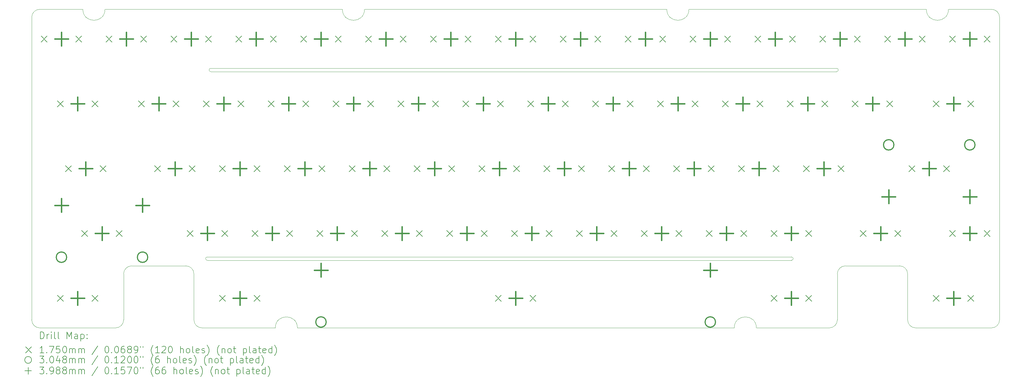
<source format=gbr>
%FSLAX45Y45*%
G04 Gerber Fmt 4.5, Leading zero omitted, Abs format (unit mm)*
G04 Created by KiCad (PCBNEW (6.0.1)) date 2022-02-20 01:23:16*
%MOMM*%
%LPD*%
G01*
G04 APERTURE LIST*
%TA.AperFunction,Profile*%
%ADD10C,0.100000*%
%TD*%
%ADD11C,0.200000*%
%ADD12C,0.175000*%
%ADD13C,0.304800*%
%ADD14C,0.398780*%
G04 APERTURE END LIST*
D10*
X9530254Y-17712000D02*
G75*
G03*
X9292129Y-17950125I0J-238125D01*
G01*
X28900000Y-17550000D02*
X11750000Y-17550000D01*
X33510000Y-10171375D02*
X33765000Y-10171375D01*
X25240000Y-10171375D02*
X25170000Y-10171375D01*
X30247129Y-19299500D02*
X30247129Y-17950125D01*
X27870000Y-19537625D02*
G75*
G03*
X27220000Y-19537625I-325000J0D01*
G01*
X13745000Y-19537625D02*
X13405000Y-19537625D01*
X16590000Y-10171375D02*
X25170000Y-10171375D01*
X9054004Y-19537625D02*
X8974629Y-19537625D01*
X11850000Y-12005000D02*
X30226000Y-12005000D01*
X7895000Y-10171375D02*
X8095000Y-10171375D01*
X11355879Y-17950125D02*
X11355879Y-19299500D01*
X6831504Y-10171375D02*
G75*
G03*
X6593379Y-10409500I0J-238125D01*
G01*
X32310879Y-19299500D02*
G75*
G03*
X32549004Y-19537625I238125J0D01*
G01*
X31225000Y-10171375D02*
X31805000Y-10171375D01*
X9292129Y-19299500D02*
X9292129Y-17950125D01*
X33765000Y-10171375D02*
X34771504Y-10171375D01*
X26035000Y-10171375D02*
X31225000Y-10171375D01*
X28200000Y-19537625D02*
X28205000Y-19537625D01*
X28321000Y-19537625D02*
X30009004Y-19537625D01*
X26035000Y-10171375D02*
X25890000Y-10171375D01*
X6593379Y-19299500D02*
X6593379Y-10409500D01*
X6593379Y-19299500D02*
G75*
G03*
X6831504Y-19537625I238125J0D01*
G01*
X14395000Y-19537625D02*
X27220000Y-19537625D01*
X9530254Y-17712000D02*
X11117754Y-17712000D01*
X34771504Y-19537625D02*
G75*
G03*
X35009629Y-19299500I0J238125D01*
G01*
X13335000Y-19537625D02*
X11594004Y-19537625D01*
X31805000Y-10171375D02*
X32525000Y-10171375D01*
X27870000Y-19537625D02*
X28200000Y-19537625D01*
X14395000Y-19537625D02*
G75*
G03*
X13745000Y-19537625I-325000J0D01*
G01*
X30226000Y-12005000D02*
G75*
G03*
X30226000Y-11905000I0J50000D01*
G01*
X32310879Y-17950125D02*
X32310879Y-19299500D01*
X30009004Y-19537625D02*
G75*
G03*
X30247129Y-19299500I0J238125D01*
G01*
X11750000Y-17450000D02*
G75*
G03*
X11750000Y-17550000I0J-50000D01*
G01*
X32525000Y-10171375D02*
X32860000Y-10171375D01*
X35009629Y-10409500D02*
X35009629Y-19299500D01*
X15715000Y-10171375D02*
G75*
G03*
X16365000Y-10171375I325000J0D01*
G01*
X28900000Y-17550000D02*
G75*
G03*
X28900000Y-17450000I0J50000D01*
G01*
X13405000Y-19537625D02*
X13335000Y-19537625D01*
X8095000Y-10171375D02*
G75*
G03*
X8745000Y-10171375I325000J0D01*
G01*
X32860000Y-10171375D02*
G75*
G03*
X33510000Y-10171375I325000J0D01*
G01*
X9054004Y-19537625D02*
G75*
G03*
X9292129Y-19299500I0J238125D01*
G01*
X8974629Y-19537625D02*
X6831504Y-19537625D01*
X35009629Y-10409500D02*
G75*
G03*
X34771504Y-10171375I-238125J0D01*
G01*
X28205000Y-19537625D02*
X28321000Y-19537625D01*
X7895000Y-10171375D02*
X6831504Y-10171375D01*
X30485254Y-17712000D02*
G75*
G03*
X30247129Y-17950125I0J-238125D01*
G01*
X30226000Y-11905000D02*
X11850000Y-11905000D01*
X32549004Y-19537625D02*
X34771504Y-19537625D01*
X8905000Y-10171375D02*
X15660000Y-10171375D01*
X16590000Y-10171375D02*
X16365000Y-10171375D01*
X11355879Y-17950125D02*
G75*
G03*
X11117754Y-17712000I-238125J0D01*
G01*
X11355879Y-19299500D02*
G75*
G03*
X11594004Y-19537625I238125J0D01*
G01*
X8745000Y-10171375D02*
X8905000Y-10171375D01*
X11750000Y-17450000D02*
X28900000Y-17450000D01*
X32072754Y-17712000D02*
X30485254Y-17712000D01*
X15715000Y-10171375D02*
X15660000Y-10171375D01*
X11850000Y-11905000D02*
G75*
G03*
X11850000Y-12005000I0J-50000D01*
G01*
X25240000Y-10171375D02*
G75*
G03*
X25890000Y-10171375I325000J0D01*
G01*
X32310879Y-17950125D02*
G75*
G03*
X32072754Y-17712000I-238125J0D01*
G01*
D11*
D12*
X6871004Y-10957000D02*
X7046004Y-11132000D01*
X7046004Y-10957000D02*
X6871004Y-11132000D01*
X7347254Y-12862000D02*
X7522254Y-13037000D01*
X7522254Y-12862000D02*
X7347254Y-13037000D01*
X7347254Y-18577000D02*
X7522254Y-18752000D01*
X7522254Y-18577000D02*
X7347254Y-18752000D01*
X7585379Y-14767000D02*
X7760379Y-14942000D01*
X7760379Y-14767000D02*
X7585379Y-14942000D01*
X7887004Y-10957000D02*
X8062004Y-11132000D01*
X8062004Y-10957000D02*
X7887004Y-11132000D01*
X8061629Y-16672000D02*
X8236629Y-16847000D01*
X8236629Y-16672000D02*
X8061629Y-16847000D01*
X8363254Y-12862000D02*
X8538254Y-13037000D01*
X8538254Y-12862000D02*
X8363254Y-13037000D01*
X8363254Y-18577000D02*
X8538254Y-18752000D01*
X8538254Y-18577000D02*
X8363254Y-18752000D01*
X8601379Y-14767000D02*
X8776379Y-14942000D01*
X8776379Y-14767000D02*
X8601379Y-14942000D01*
X8776004Y-10957000D02*
X8951004Y-11132000D01*
X8951004Y-10957000D02*
X8776004Y-11132000D01*
X9077629Y-16672000D02*
X9252629Y-16847000D01*
X9252629Y-16672000D02*
X9077629Y-16847000D01*
X9728504Y-12862000D02*
X9903504Y-13037000D01*
X9903504Y-12862000D02*
X9728504Y-13037000D01*
X9792004Y-10957000D02*
X9967004Y-11132000D01*
X9967004Y-10957000D02*
X9792004Y-11132000D01*
X10204754Y-14767000D02*
X10379754Y-14942000D01*
X10379754Y-14767000D02*
X10204754Y-14942000D01*
X10681004Y-10957000D02*
X10856004Y-11132000D01*
X10856004Y-10957000D02*
X10681004Y-11132000D01*
X10744504Y-12862000D02*
X10919504Y-13037000D01*
X10919504Y-12862000D02*
X10744504Y-13037000D01*
X11157254Y-16672000D02*
X11332254Y-16847000D01*
X11332254Y-16672000D02*
X11157254Y-16847000D01*
X11220754Y-14767000D02*
X11395754Y-14942000D01*
X11395754Y-14767000D02*
X11220754Y-14942000D01*
X11633504Y-12862000D02*
X11808504Y-13037000D01*
X11808504Y-12862000D02*
X11633504Y-13037000D01*
X11697004Y-10957000D02*
X11872004Y-11132000D01*
X11872004Y-10957000D02*
X11697004Y-11132000D01*
X12109754Y-14767000D02*
X12284754Y-14942000D01*
X12284754Y-14767000D02*
X12109754Y-14942000D01*
X12109754Y-18577000D02*
X12284754Y-18752000D01*
X12284754Y-18577000D02*
X12109754Y-18752000D01*
X12173254Y-16672000D02*
X12348254Y-16847000D01*
X12348254Y-16672000D02*
X12173254Y-16847000D01*
X12586004Y-10957000D02*
X12761004Y-11132000D01*
X12761004Y-10957000D02*
X12586004Y-11132000D01*
X12649504Y-12862000D02*
X12824504Y-13037000D01*
X12824504Y-12862000D02*
X12649504Y-13037000D01*
X13062254Y-16672000D02*
X13237254Y-16847000D01*
X13237254Y-16672000D02*
X13062254Y-16847000D01*
X13125754Y-14767000D02*
X13300754Y-14942000D01*
X13300754Y-14767000D02*
X13125754Y-14942000D01*
X13125754Y-18577000D02*
X13300754Y-18752000D01*
X13300754Y-18577000D02*
X13125754Y-18752000D01*
X13538504Y-12862000D02*
X13713504Y-13037000D01*
X13713504Y-12862000D02*
X13538504Y-13037000D01*
X13602004Y-10957000D02*
X13777004Y-11132000D01*
X13777004Y-10957000D02*
X13602004Y-11132000D01*
X14014754Y-14767000D02*
X14189754Y-14942000D01*
X14189754Y-14767000D02*
X14014754Y-14942000D01*
X14078254Y-16672000D02*
X14253254Y-16847000D01*
X14253254Y-16672000D02*
X14078254Y-16847000D01*
X14491004Y-10957000D02*
X14666004Y-11132000D01*
X14666004Y-10957000D02*
X14491004Y-11132000D01*
X14554504Y-12862000D02*
X14729504Y-13037000D01*
X14729504Y-12862000D02*
X14554504Y-13037000D01*
X14967254Y-16672000D02*
X15142254Y-16847000D01*
X15142254Y-16672000D02*
X14967254Y-16847000D01*
X15030754Y-14767000D02*
X15205754Y-14942000D01*
X15205754Y-14767000D02*
X15030754Y-14942000D01*
X15443504Y-12862000D02*
X15618504Y-13037000D01*
X15618504Y-12862000D02*
X15443504Y-13037000D01*
X15507004Y-10957000D02*
X15682004Y-11132000D01*
X15682004Y-10957000D02*
X15507004Y-11132000D01*
X15919754Y-14767000D02*
X16094754Y-14942000D01*
X16094754Y-14767000D02*
X15919754Y-14942000D01*
X15983254Y-16672000D02*
X16158254Y-16847000D01*
X16158254Y-16672000D02*
X15983254Y-16847000D01*
X16396004Y-10957000D02*
X16571004Y-11132000D01*
X16571004Y-10957000D02*
X16396004Y-11132000D01*
X16459504Y-12862000D02*
X16634504Y-13037000D01*
X16634504Y-12862000D02*
X16459504Y-13037000D01*
X16872254Y-16672000D02*
X17047254Y-16847000D01*
X17047254Y-16672000D02*
X16872254Y-16847000D01*
X16935754Y-14767000D02*
X17110754Y-14942000D01*
X17110754Y-14767000D02*
X16935754Y-14942000D01*
X17348504Y-12862000D02*
X17523504Y-13037000D01*
X17523504Y-12862000D02*
X17348504Y-13037000D01*
X17412004Y-10957000D02*
X17587004Y-11132000D01*
X17587004Y-10957000D02*
X17412004Y-11132000D01*
X17824754Y-14767000D02*
X17999754Y-14942000D01*
X17999754Y-14767000D02*
X17824754Y-14942000D01*
X17888254Y-16672000D02*
X18063254Y-16847000D01*
X18063254Y-16672000D02*
X17888254Y-16847000D01*
X18301004Y-10957000D02*
X18476004Y-11132000D01*
X18476004Y-10957000D02*
X18301004Y-11132000D01*
X18364504Y-12862000D02*
X18539504Y-13037000D01*
X18539504Y-12862000D02*
X18364504Y-13037000D01*
X18777254Y-16672000D02*
X18952254Y-16847000D01*
X18952254Y-16672000D02*
X18777254Y-16847000D01*
X18840754Y-14767000D02*
X19015754Y-14942000D01*
X19015754Y-14767000D02*
X18840754Y-14942000D01*
X19253504Y-12862000D02*
X19428504Y-13037000D01*
X19428504Y-12862000D02*
X19253504Y-13037000D01*
X19317004Y-10957000D02*
X19492004Y-11132000D01*
X19492004Y-10957000D02*
X19317004Y-11132000D01*
X19729754Y-14767000D02*
X19904754Y-14942000D01*
X19904754Y-14767000D02*
X19729754Y-14942000D01*
X19793254Y-16672000D02*
X19968254Y-16847000D01*
X19968254Y-16672000D02*
X19793254Y-16847000D01*
X20206004Y-10957000D02*
X20381004Y-11132000D01*
X20381004Y-10957000D02*
X20206004Y-11132000D01*
X20206004Y-18577000D02*
X20381004Y-18752000D01*
X20381004Y-18577000D02*
X20206004Y-18752000D01*
X20269504Y-12862000D02*
X20444504Y-13037000D01*
X20444504Y-12862000D02*
X20269504Y-13037000D01*
X20682254Y-16672000D02*
X20857254Y-16847000D01*
X20857254Y-16672000D02*
X20682254Y-16847000D01*
X20745754Y-14767000D02*
X20920754Y-14942000D01*
X20920754Y-14767000D02*
X20745754Y-14942000D01*
X21158504Y-12862000D02*
X21333504Y-13037000D01*
X21333504Y-12862000D02*
X21158504Y-13037000D01*
X21222004Y-10957000D02*
X21397004Y-11132000D01*
X21397004Y-10957000D02*
X21222004Y-11132000D01*
X21222004Y-18577000D02*
X21397004Y-18752000D01*
X21397004Y-18577000D02*
X21222004Y-18752000D01*
X21634754Y-14767000D02*
X21809754Y-14942000D01*
X21809754Y-14767000D02*
X21634754Y-14942000D01*
X21698254Y-16672000D02*
X21873254Y-16847000D01*
X21873254Y-16672000D02*
X21698254Y-16847000D01*
X22111004Y-10957000D02*
X22286004Y-11132000D01*
X22286004Y-10957000D02*
X22111004Y-11132000D01*
X22174504Y-12862000D02*
X22349504Y-13037000D01*
X22349504Y-12862000D02*
X22174504Y-13037000D01*
X22587254Y-16672000D02*
X22762254Y-16847000D01*
X22762254Y-16672000D02*
X22587254Y-16847000D01*
X22650754Y-14767000D02*
X22825754Y-14942000D01*
X22825754Y-14767000D02*
X22650754Y-14942000D01*
X23063504Y-12862000D02*
X23238504Y-13037000D01*
X23238504Y-12862000D02*
X23063504Y-13037000D01*
X23127004Y-10957000D02*
X23302004Y-11132000D01*
X23302004Y-10957000D02*
X23127004Y-11132000D01*
X23539754Y-14767000D02*
X23714754Y-14942000D01*
X23714754Y-14767000D02*
X23539754Y-14942000D01*
X23603254Y-16672000D02*
X23778254Y-16847000D01*
X23778254Y-16672000D02*
X23603254Y-16847000D01*
X24016004Y-10957000D02*
X24191004Y-11132000D01*
X24191004Y-10957000D02*
X24016004Y-11132000D01*
X24079504Y-12862000D02*
X24254504Y-13037000D01*
X24254504Y-12862000D02*
X24079504Y-13037000D01*
X24492254Y-16672000D02*
X24667254Y-16847000D01*
X24667254Y-16672000D02*
X24492254Y-16847000D01*
X24555754Y-14767000D02*
X24730754Y-14942000D01*
X24730754Y-14767000D02*
X24555754Y-14942000D01*
X24968504Y-12862000D02*
X25143504Y-13037000D01*
X25143504Y-12862000D02*
X24968504Y-13037000D01*
X25032004Y-10957000D02*
X25207004Y-11132000D01*
X25207004Y-10957000D02*
X25032004Y-11132000D01*
X25444754Y-14767000D02*
X25619754Y-14942000D01*
X25619754Y-14767000D02*
X25444754Y-14942000D01*
X25508254Y-16672000D02*
X25683254Y-16847000D01*
X25683254Y-16672000D02*
X25508254Y-16847000D01*
X25921004Y-10957000D02*
X26096004Y-11132000D01*
X26096004Y-10957000D02*
X25921004Y-11132000D01*
X25984504Y-12862000D02*
X26159504Y-13037000D01*
X26159504Y-12862000D02*
X25984504Y-13037000D01*
X26397254Y-16672000D02*
X26572254Y-16847000D01*
X26572254Y-16672000D02*
X26397254Y-16847000D01*
X26460754Y-14767000D02*
X26635754Y-14942000D01*
X26635754Y-14767000D02*
X26460754Y-14942000D01*
X26873504Y-12862000D02*
X27048504Y-13037000D01*
X27048504Y-12862000D02*
X26873504Y-13037000D01*
X26937004Y-10957000D02*
X27112004Y-11132000D01*
X27112004Y-10957000D02*
X26937004Y-11132000D01*
X27349754Y-14767000D02*
X27524754Y-14942000D01*
X27524754Y-14767000D02*
X27349754Y-14942000D01*
X27413254Y-16672000D02*
X27588254Y-16847000D01*
X27588254Y-16672000D02*
X27413254Y-16847000D01*
X27826004Y-10957000D02*
X28001004Y-11132000D01*
X28001004Y-10957000D02*
X27826004Y-11132000D01*
X27889504Y-12862000D02*
X28064504Y-13037000D01*
X28064504Y-12862000D02*
X27889504Y-13037000D01*
X28302254Y-16672000D02*
X28477254Y-16847000D01*
X28477254Y-16672000D02*
X28302254Y-16847000D01*
X28302254Y-18577000D02*
X28477254Y-18752000D01*
X28477254Y-18577000D02*
X28302254Y-18752000D01*
X28365754Y-14767000D02*
X28540754Y-14942000D01*
X28540754Y-14767000D02*
X28365754Y-14942000D01*
X28778504Y-12862000D02*
X28953504Y-13037000D01*
X28953504Y-12862000D02*
X28778504Y-13037000D01*
X28842004Y-10957000D02*
X29017004Y-11132000D01*
X29017004Y-10957000D02*
X28842004Y-11132000D01*
X29254754Y-14767000D02*
X29429754Y-14942000D01*
X29429754Y-14767000D02*
X29254754Y-14942000D01*
X29318254Y-16672000D02*
X29493254Y-16847000D01*
X29493254Y-16672000D02*
X29318254Y-16847000D01*
X29318254Y-18577000D02*
X29493254Y-18752000D01*
X29493254Y-18577000D02*
X29318254Y-18752000D01*
X29731004Y-10957000D02*
X29906004Y-11132000D01*
X29906004Y-10957000D02*
X29731004Y-11132000D01*
X29794504Y-12862000D02*
X29969504Y-13037000D01*
X29969504Y-12862000D02*
X29794504Y-13037000D01*
X30270754Y-14767000D02*
X30445754Y-14942000D01*
X30445754Y-14767000D02*
X30270754Y-14942000D01*
X30683504Y-12862000D02*
X30858504Y-13037000D01*
X30858504Y-12862000D02*
X30683504Y-13037000D01*
X30747004Y-10957000D02*
X30922004Y-11132000D01*
X30922004Y-10957000D02*
X30747004Y-11132000D01*
X30921629Y-16672000D02*
X31096629Y-16847000D01*
X31096629Y-16672000D02*
X30921629Y-16847000D01*
X31636004Y-10957000D02*
X31811004Y-11132000D01*
X31811004Y-10957000D02*
X31636004Y-11132000D01*
X31699504Y-12862000D02*
X31874504Y-13037000D01*
X31874504Y-12862000D02*
X31699504Y-13037000D01*
X31937629Y-16672000D02*
X32112629Y-16847000D01*
X32112629Y-16672000D02*
X31937629Y-16847000D01*
X32350379Y-14767000D02*
X32525379Y-14942000D01*
X32525379Y-14767000D02*
X32350379Y-14942000D01*
X32652004Y-10957000D02*
X32827004Y-11132000D01*
X32827004Y-10957000D02*
X32652004Y-11132000D01*
X33064754Y-12862000D02*
X33239754Y-13037000D01*
X33239754Y-12862000D02*
X33064754Y-13037000D01*
X33064754Y-18577000D02*
X33239754Y-18752000D01*
X33239754Y-18577000D02*
X33064754Y-18752000D01*
X33366379Y-14767000D02*
X33541379Y-14942000D01*
X33541379Y-14767000D02*
X33366379Y-14942000D01*
X33541004Y-10957000D02*
X33716004Y-11132000D01*
X33716004Y-10957000D02*
X33541004Y-11132000D01*
X33541004Y-16672000D02*
X33716004Y-16847000D01*
X33716004Y-16672000D02*
X33541004Y-16847000D01*
X34080754Y-12862000D02*
X34255754Y-13037000D01*
X34255754Y-12862000D02*
X34080754Y-13037000D01*
X34080754Y-18577000D02*
X34255754Y-18752000D01*
X34255754Y-18577000D02*
X34080754Y-18752000D01*
X34557004Y-10957000D02*
X34732004Y-11132000D01*
X34732004Y-10957000D02*
X34557004Y-11132000D01*
X34557004Y-16672000D02*
X34732004Y-16847000D01*
X34732004Y-16672000D02*
X34557004Y-16847000D01*
D13*
X7618904Y-17458000D02*
G75*
G03*
X7618904Y-17458000I-152400J0D01*
G01*
X10000154Y-17458000D02*
G75*
G03*
X10000154Y-17458000I-152400J0D01*
G01*
X15238904Y-19363000D02*
G75*
G03*
X15238904Y-19363000I-152400J0D01*
G01*
X26668904Y-19363000D02*
G75*
G03*
X26668904Y-19363000I-152400J0D01*
G01*
X31907654Y-14156000D02*
G75*
G03*
X31907654Y-14156000I-152400J0D01*
G01*
X34288904Y-14156000D02*
G75*
G03*
X34288904Y-14156000I-152400J0D01*
G01*
D14*
X7466504Y-10845110D02*
X7466504Y-11243890D01*
X7267114Y-11044500D02*
X7665894Y-11044500D01*
X7466504Y-15734610D02*
X7466504Y-16133390D01*
X7267114Y-15934000D02*
X7665894Y-15934000D01*
X7942754Y-12750110D02*
X7942754Y-13148890D01*
X7743364Y-12949500D02*
X8142144Y-12949500D01*
X7942754Y-18465110D02*
X7942754Y-18863890D01*
X7743364Y-18664500D02*
X8142144Y-18664500D01*
X8180879Y-14655110D02*
X8180879Y-15053890D01*
X7981489Y-14854500D02*
X8380269Y-14854500D01*
X8657129Y-16560110D02*
X8657129Y-16958890D01*
X8457739Y-16759500D02*
X8856519Y-16759500D01*
X9371504Y-10845110D02*
X9371504Y-11243890D01*
X9172114Y-11044500D02*
X9570894Y-11044500D01*
X9847754Y-15734610D02*
X9847754Y-16133390D01*
X9648364Y-15934000D02*
X10047144Y-15934000D01*
X10324004Y-12750110D02*
X10324004Y-13148890D01*
X10124614Y-12949500D02*
X10523394Y-12949500D01*
X10800254Y-14655110D02*
X10800254Y-15053890D01*
X10600864Y-14854500D02*
X10999644Y-14854500D01*
X11276504Y-10845110D02*
X11276504Y-11243890D01*
X11077114Y-11044500D02*
X11475894Y-11044500D01*
X11752754Y-16560110D02*
X11752754Y-16958890D01*
X11553364Y-16759500D02*
X11952144Y-16759500D01*
X12229004Y-12750110D02*
X12229004Y-13148890D01*
X12029614Y-12949500D02*
X12428394Y-12949500D01*
X12705254Y-14655110D02*
X12705254Y-15053890D01*
X12505864Y-14854500D02*
X12904644Y-14854500D01*
X12705254Y-18465110D02*
X12705254Y-18863890D01*
X12505864Y-18664500D02*
X12904644Y-18664500D01*
X13181504Y-10845110D02*
X13181504Y-11243890D01*
X12982114Y-11044500D02*
X13380894Y-11044500D01*
X13657754Y-16560110D02*
X13657754Y-16958890D01*
X13458364Y-16759500D02*
X13857144Y-16759500D01*
X14134004Y-12750110D02*
X14134004Y-13148890D01*
X13934614Y-12949500D02*
X14333394Y-12949500D01*
X14610254Y-14655110D02*
X14610254Y-15053890D01*
X14410864Y-14854500D02*
X14809644Y-14854500D01*
X15086504Y-10845110D02*
X15086504Y-11243890D01*
X14887114Y-11044500D02*
X15285894Y-11044500D01*
X15086504Y-17639610D02*
X15086504Y-18038390D01*
X14887114Y-17839000D02*
X15285894Y-17839000D01*
X15562754Y-16560110D02*
X15562754Y-16958890D01*
X15363364Y-16759500D02*
X15762144Y-16759500D01*
X16039004Y-12750110D02*
X16039004Y-13148890D01*
X15839614Y-12949500D02*
X16238394Y-12949500D01*
X16515254Y-14655110D02*
X16515254Y-15053890D01*
X16315864Y-14854500D02*
X16714644Y-14854500D01*
X16991504Y-10845110D02*
X16991504Y-11243890D01*
X16792114Y-11044500D02*
X17190894Y-11044500D01*
X17467754Y-16560110D02*
X17467754Y-16958890D01*
X17268364Y-16759500D02*
X17667144Y-16759500D01*
X17944004Y-12750110D02*
X17944004Y-13148890D01*
X17744614Y-12949500D02*
X18143394Y-12949500D01*
X18420254Y-14655110D02*
X18420254Y-15053890D01*
X18220864Y-14854500D02*
X18619644Y-14854500D01*
X18896504Y-10845110D02*
X18896504Y-11243890D01*
X18697114Y-11044500D02*
X19095894Y-11044500D01*
X19372754Y-16560110D02*
X19372754Y-16958890D01*
X19173364Y-16759500D02*
X19572144Y-16759500D01*
X19849004Y-12750110D02*
X19849004Y-13148890D01*
X19649614Y-12949500D02*
X20048394Y-12949500D01*
X20325254Y-14655110D02*
X20325254Y-15053890D01*
X20125864Y-14854500D02*
X20524644Y-14854500D01*
X20801504Y-10845110D02*
X20801504Y-11243890D01*
X20602114Y-11044500D02*
X21000894Y-11044500D01*
X20801504Y-18465110D02*
X20801504Y-18863890D01*
X20602114Y-18664500D02*
X21000894Y-18664500D01*
X21277754Y-16560110D02*
X21277754Y-16958890D01*
X21078364Y-16759500D02*
X21477144Y-16759500D01*
X21754004Y-12750110D02*
X21754004Y-13148890D01*
X21554614Y-12949500D02*
X21953394Y-12949500D01*
X22230254Y-14655110D02*
X22230254Y-15053890D01*
X22030864Y-14854500D02*
X22429644Y-14854500D01*
X22706504Y-10845110D02*
X22706504Y-11243890D01*
X22507114Y-11044500D02*
X22905894Y-11044500D01*
X23182754Y-16560110D02*
X23182754Y-16958890D01*
X22983364Y-16759500D02*
X23382144Y-16759500D01*
X23659004Y-12750110D02*
X23659004Y-13148890D01*
X23459614Y-12949500D02*
X23858394Y-12949500D01*
X24135254Y-14655110D02*
X24135254Y-15053890D01*
X23935864Y-14854500D02*
X24334644Y-14854500D01*
X24611504Y-10845110D02*
X24611504Y-11243890D01*
X24412114Y-11044500D02*
X24810894Y-11044500D01*
X25087754Y-16560110D02*
X25087754Y-16958890D01*
X24888364Y-16759500D02*
X25287144Y-16759500D01*
X25564004Y-12750110D02*
X25564004Y-13148890D01*
X25364614Y-12949500D02*
X25763394Y-12949500D01*
X26040254Y-14655110D02*
X26040254Y-15053890D01*
X25840864Y-14854500D02*
X26239644Y-14854500D01*
X26516504Y-10845110D02*
X26516504Y-11243890D01*
X26317114Y-11044500D02*
X26715894Y-11044500D01*
X26516504Y-17639610D02*
X26516504Y-18038390D01*
X26317114Y-17839000D02*
X26715894Y-17839000D01*
X26992754Y-16560110D02*
X26992754Y-16958890D01*
X26793364Y-16759500D02*
X27192144Y-16759500D01*
X27469004Y-12750110D02*
X27469004Y-13148890D01*
X27269614Y-12949500D02*
X27668394Y-12949500D01*
X27945254Y-14655110D02*
X27945254Y-15053890D01*
X27745864Y-14854500D02*
X28144644Y-14854500D01*
X28421504Y-10845110D02*
X28421504Y-11243890D01*
X28222114Y-11044500D02*
X28620894Y-11044500D01*
X28897754Y-16560110D02*
X28897754Y-16958890D01*
X28698364Y-16759500D02*
X29097144Y-16759500D01*
X28897754Y-18465110D02*
X28897754Y-18863890D01*
X28698364Y-18664500D02*
X29097144Y-18664500D01*
X29374004Y-12750110D02*
X29374004Y-13148890D01*
X29174614Y-12949500D02*
X29573394Y-12949500D01*
X29850254Y-14655110D02*
X29850254Y-15053890D01*
X29650864Y-14854500D02*
X30049644Y-14854500D01*
X30326504Y-10845110D02*
X30326504Y-11243890D01*
X30127114Y-11044500D02*
X30525894Y-11044500D01*
X31279004Y-12750110D02*
X31279004Y-13148890D01*
X31079614Y-12949500D02*
X31478394Y-12949500D01*
X31517129Y-16560110D02*
X31517129Y-16958890D01*
X31317739Y-16759500D02*
X31716519Y-16759500D01*
X31755254Y-15480610D02*
X31755254Y-15879390D01*
X31555864Y-15680000D02*
X31954644Y-15680000D01*
X32231504Y-10845110D02*
X32231504Y-11243890D01*
X32032114Y-11044500D02*
X32430894Y-11044500D01*
X32945879Y-14655110D02*
X32945879Y-15053890D01*
X32746489Y-14854500D02*
X33145269Y-14854500D01*
X33660254Y-12750110D02*
X33660254Y-13148890D01*
X33460864Y-12949500D02*
X33859644Y-12949500D01*
X33660254Y-18465110D02*
X33660254Y-18863890D01*
X33460864Y-18664500D02*
X33859644Y-18664500D01*
X34136504Y-10845110D02*
X34136504Y-11243890D01*
X33937114Y-11044500D02*
X34335894Y-11044500D01*
X34136504Y-15480610D02*
X34136504Y-15879390D01*
X33937114Y-15680000D02*
X34335894Y-15680000D01*
X34136504Y-16560110D02*
X34136504Y-16958890D01*
X33937114Y-16759500D02*
X34335894Y-16759500D01*
D11*
X6845998Y-19853101D02*
X6845998Y-19653101D01*
X6893617Y-19653101D01*
X6922189Y-19662625D01*
X6941236Y-19681673D01*
X6950760Y-19700720D01*
X6960284Y-19738815D01*
X6960284Y-19767387D01*
X6950760Y-19805482D01*
X6941236Y-19824530D01*
X6922189Y-19843577D01*
X6893617Y-19853101D01*
X6845998Y-19853101D01*
X7045998Y-19853101D02*
X7045998Y-19719768D01*
X7045998Y-19757863D02*
X7055522Y-19738815D01*
X7065046Y-19729292D01*
X7084093Y-19719768D01*
X7103141Y-19719768D01*
X7169808Y-19853101D02*
X7169808Y-19719768D01*
X7169808Y-19653101D02*
X7160284Y-19662625D01*
X7169808Y-19672149D01*
X7179331Y-19662625D01*
X7169808Y-19653101D01*
X7169808Y-19672149D01*
X7293617Y-19853101D02*
X7274570Y-19843577D01*
X7265046Y-19824530D01*
X7265046Y-19653101D01*
X7398379Y-19853101D02*
X7379331Y-19843577D01*
X7369808Y-19824530D01*
X7369808Y-19653101D01*
X7626951Y-19853101D02*
X7626951Y-19653101D01*
X7693617Y-19795958D01*
X7760284Y-19653101D01*
X7760284Y-19853101D01*
X7941236Y-19853101D02*
X7941236Y-19748339D01*
X7931712Y-19729292D01*
X7912665Y-19719768D01*
X7874570Y-19719768D01*
X7855522Y-19729292D01*
X7941236Y-19843577D02*
X7922189Y-19853101D01*
X7874570Y-19853101D01*
X7855522Y-19843577D01*
X7845998Y-19824530D01*
X7845998Y-19805482D01*
X7855522Y-19786435D01*
X7874570Y-19776911D01*
X7922189Y-19776911D01*
X7941236Y-19767387D01*
X8036474Y-19719768D02*
X8036474Y-19919768D01*
X8036474Y-19729292D02*
X8055522Y-19719768D01*
X8093617Y-19719768D01*
X8112665Y-19729292D01*
X8122189Y-19738815D01*
X8131712Y-19757863D01*
X8131712Y-19815006D01*
X8122189Y-19834054D01*
X8112665Y-19843577D01*
X8093617Y-19853101D01*
X8055522Y-19853101D01*
X8036474Y-19843577D01*
X8217427Y-19834054D02*
X8226951Y-19843577D01*
X8217427Y-19853101D01*
X8207903Y-19843577D01*
X8217427Y-19834054D01*
X8217427Y-19853101D01*
X8217427Y-19729292D02*
X8226951Y-19738815D01*
X8217427Y-19748339D01*
X8207903Y-19738815D01*
X8217427Y-19729292D01*
X8217427Y-19748339D01*
D12*
X6413379Y-20095125D02*
X6588379Y-20270125D01*
X6588379Y-20095125D02*
X6413379Y-20270125D01*
D11*
X6950760Y-20273101D02*
X6836474Y-20273101D01*
X6893617Y-20273101D02*
X6893617Y-20073101D01*
X6874570Y-20101673D01*
X6855522Y-20120720D01*
X6836474Y-20130244D01*
X7036474Y-20254054D02*
X7045998Y-20263577D01*
X7036474Y-20273101D01*
X7026951Y-20263577D01*
X7036474Y-20254054D01*
X7036474Y-20273101D01*
X7112665Y-20073101D02*
X7245998Y-20073101D01*
X7160284Y-20273101D01*
X7417427Y-20073101D02*
X7322189Y-20073101D01*
X7312665Y-20168339D01*
X7322189Y-20158815D01*
X7341236Y-20149292D01*
X7388855Y-20149292D01*
X7407903Y-20158815D01*
X7417427Y-20168339D01*
X7426951Y-20187387D01*
X7426951Y-20235006D01*
X7417427Y-20254054D01*
X7407903Y-20263577D01*
X7388855Y-20273101D01*
X7341236Y-20273101D01*
X7322189Y-20263577D01*
X7312665Y-20254054D01*
X7550760Y-20073101D02*
X7569808Y-20073101D01*
X7588855Y-20082625D01*
X7598379Y-20092149D01*
X7607903Y-20111196D01*
X7617427Y-20149292D01*
X7617427Y-20196911D01*
X7607903Y-20235006D01*
X7598379Y-20254054D01*
X7588855Y-20263577D01*
X7569808Y-20273101D01*
X7550760Y-20273101D01*
X7531712Y-20263577D01*
X7522189Y-20254054D01*
X7512665Y-20235006D01*
X7503141Y-20196911D01*
X7503141Y-20149292D01*
X7512665Y-20111196D01*
X7522189Y-20092149D01*
X7531712Y-20082625D01*
X7550760Y-20073101D01*
X7703141Y-20273101D02*
X7703141Y-20139768D01*
X7703141Y-20158815D02*
X7712665Y-20149292D01*
X7731712Y-20139768D01*
X7760284Y-20139768D01*
X7779331Y-20149292D01*
X7788855Y-20168339D01*
X7788855Y-20273101D01*
X7788855Y-20168339D02*
X7798379Y-20149292D01*
X7817427Y-20139768D01*
X7845998Y-20139768D01*
X7865046Y-20149292D01*
X7874570Y-20168339D01*
X7874570Y-20273101D01*
X7969808Y-20273101D02*
X7969808Y-20139768D01*
X7969808Y-20158815D02*
X7979331Y-20149292D01*
X7998379Y-20139768D01*
X8026951Y-20139768D01*
X8045998Y-20149292D01*
X8055522Y-20168339D01*
X8055522Y-20273101D01*
X8055522Y-20168339D02*
X8065046Y-20149292D01*
X8084093Y-20139768D01*
X8112665Y-20139768D01*
X8131712Y-20149292D01*
X8141236Y-20168339D01*
X8141236Y-20273101D01*
X8531713Y-20063577D02*
X8360284Y-20320720D01*
X8788855Y-20073101D02*
X8807903Y-20073101D01*
X8826951Y-20082625D01*
X8836474Y-20092149D01*
X8845998Y-20111196D01*
X8855522Y-20149292D01*
X8855522Y-20196911D01*
X8845998Y-20235006D01*
X8836474Y-20254054D01*
X8826951Y-20263577D01*
X8807903Y-20273101D01*
X8788855Y-20273101D01*
X8769808Y-20263577D01*
X8760284Y-20254054D01*
X8750760Y-20235006D01*
X8741236Y-20196911D01*
X8741236Y-20149292D01*
X8750760Y-20111196D01*
X8760284Y-20092149D01*
X8769808Y-20082625D01*
X8788855Y-20073101D01*
X8941236Y-20254054D02*
X8950760Y-20263577D01*
X8941236Y-20273101D01*
X8931713Y-20263577D01*
X8941236Y-20254054D01*
X8941236Y-20273101D01*
X9074570Y-20073101D02*
X9093617Y-20073101D01*
X9112665Y-20082625D01*
X9122189Y-20092149D01*
X9131713Y-20111196D01*
X9141236Y-20149292D01*
X9141236Y-20196911D01*
X9131713Y-20235006D01*
X9122189Y-20254054D01*
X9112665Y-20263577D01*
X9093617Y-20273101D01*
X9074570Y-20273101D01*
X9055522Y-20263577D01*
X9045998Y-20254054D01*
X9036474Y-20235006D01*
X9026951Y-20196911D01*
X9026951Y-20149292D01*
X9036474Y-20111196D01*
X9045998Y-20092149D01*
X9055522Y-20082625D01*
X9074570Y-20073101D01*
X9312665Y-20073101D02*
X9274570Y-20073101D01*
X9255522Y-20082625D01*
X9245998Y-20092149D01*
X9226951Y-20120720D01*
X9217427Y-20158815D01*
X9217427Y-20235006D01*
X9226951Y-20254054D01*
X9236474Y-20263577D01*
X9255522Y-20273101D01*
X9293617Y-20273101D01*
X9312665Y-20263577D01*
X9322189Y-20254054D01*
X9331713Y-20235006D01*
X9331713Y-20187387D01*
X9322189Y-20168339D01*
X9312665Y-20158815D01*
X9293617Y-20149292D01*
X9255522Y-20149292D01*
X9236474Y-20158815D01*
X9226951Y-20168339D01*
X9217427Y-20187387D01*
X9445998Y-20158815D02*
X9426951Y-20149292D01*
X9417427Y-20139768D01*
X9407903Y-20120720D01*
X9407903Y-20111196D01*
X9417427Y-20092149D01*
X9426951Y-20082625D01*
X9445998Y-20073101D01*
X9484093Y-20073101D01*
X9503141Y-20082625D01*
X9512665Y-20092149D01*
X9522189Y-20111196D01*
X9522189Y-20120720D01*
X9512665Y-20139768D01*
X9503141Y-20149292D01*
X9484093Y-20158815D01*
X9445998Y-20158815D01*
X9426951Y-20168339D01*
X9417427Y-20177863D01*
X9407903Y-20196911D01*
X9407903Y-20235006D01*
X9417427Y-20254054D01*
X9426951Y-20263577D01*
X9445998Y-20273101D01*
X9484093Y-20273101D01*
X9503141Y-20263577D01*
X9512665Y-20254054D01*
X9522189Y-20235006D01*
X9522189Y-20196911D01*
X9512665Y-20177863D01*
X9503141Y-20168339D01*
X9484093Y-20158815D01*
X9617427Y-20273101D02*
X9655522Y-20273101D01*
X9674570Y-20263577D01*
X9684093Y-20254054D01*
X9703141Y-20225482D01*
X9712665Y-20187387D01*
X9712665Y-20111196D01*
X9703141Y-20092149D01*
X9693617Y-20082625D01*
X9674570Y-20073101D01*
X9636474Y-20073101D01*
X9617427Y-20082625D01*
X9607903Y-20092149D01*
X9598379Y-20111196D01*
X9598379Y-20158815D01*
X9607903Y-20177863D01*
X9617427Y-20187387D01*
X9636474Y-20196911D01*
X9674570Y-20196911D01*
X9693617Y-20187387D01*
X9703141Y-20177863D01*
X9712665Y-20158815D01*
X9788855Y-20073101D02*
X9788855Y-20111196D01*
X9865046Y-20073101D02*
X9865046Y-20111196D01*
X10160284Y-20349292D02*
X10150760Y-20339768D01*
X10131713Y-20311196D01*
X10122189Y-20292149D01*
X10112665Y-20263577D01*
X10103141Y-20215958D01*
X10103141Y-20177863D01*
X10112665Y-20130244D01*
X10122189Y-20101673D01*
X10131713Y-20082625D01*
X10150760Y-20054054D01*
X10160284Y-20044530D01*
X10341236Y-20273101D02*
X10226951Y-20273101D01*
X10284093Y-20273101D02*
X10284093Y-20073101D01*
X10265046Y-20101673D01*
X10245998Y-20120720D01*
X10226951Y-20130244D01*
X10417427Y-20092149D02*
X10426951Y-20082625D01*
X10445998Y-20073101D01*
X10493617Y-20073101D01*
X10512665Y-20082625D01*
X10522189Y-20092149D01*
X10531713Y-20111196D01*
X10531713Y-20130244D01*
X10522189Y-20158815D01*
X10407903Y-20273101D01*
X10531713Y-20273101D01*
X10655522Y-20073101D02*
X10674570Y-20073101D01*
X10693617Y-20082625D01*
X10703141Y-20092149D01*
X10712665Y-20111196D01*
X10722189Y-20149292D01*
X10722189Y-20196911D01*
X10712665Y-20235006D01*
X10703141Y-20254054D01*
X10693617Y-20263577D01*
X10674570Y-20273101D01*
X10655522Y-20273101D01*
X10636474Y-20263577D01*
X10626951Y-20254054D01*
X10617427Y-20235006D01*
X10607903Y-20196911D01*
X10607903Y-20149292D01*
X10617427Y-20111196D01*
X10626951Y-20092149D01*
X10636474Y-20082625D01*
X10655522Y-20073101D01*
X10960284Y-20273101D02*
X10960284Y-20073101D01*
X11045998Y-20273101D02*
X11045998Y-20168339D01*
X11036474Y-20149292D01*
X11017427Y-20139768D01*
X10988855Y-20139768D01*
X10969808Y-20149292D01*
X10960284Y-20158815D01*
X11169808Y-20273101D02*
X11150760Y-20263577D01*
X11141236Y-20254054D01*
X11131713Y-20235006D01*
X11131713Y-20177863D01*
X11141236Y-20158815D01*
X11150760Y-20149292D01*
X11169808Y-20139768D01*
X11198379Y-20139768D01*
X11217427Y-20149292D01*
X11226951Y-20158815D01*
X11236474Y-20177863D01*
X11236474Y-20235006D01*
X11226951Y-20254054D01*
X11217427Y-20263577D01*
X11198379Y-20273101D01*
X11169808Y-20273101D01*
X11350760Y-20273101D02*
X11331712Y-20263577D01*
X11322189Y-20244530D01*
X11322189Y-20073101D01*
X11503141Y-20263577D02*
X11484093Y-20273101D01*
X11445998Y-20273101D01*
X11426951Y-20263577D01*
X11417427Y-20244530D01*
X11417427Y-20168339D01*
X11426951Y-20149292D01*
X11445998Y-20139768D01*
X11484093Y-20139768D01*
X11503141Y-20149292D01*
X11512665Y-20168339D01*
X11512665Y-20187387D01*
X11417427Y-20206435D01*
X11588855Y-20263577D02*
X11607903Y-20273101D01*
X11645998Y-20273101D01*
X11665046Y-20263577D01*
X11674570Y-20244530D01*
X11674570Y-20235006D01*
X11665046Y-20215958D01*
X11645998Y-20206435D01*
X11617427Y-20206435D01*
X11598379Y-20196911D01*
X11588855Y-20177863D01*
X11588855Y-20168339D01*
X11598379Y-20149292D01*
X11617427Y-20139768D01*
X11645998Y-20139768D01*
X11665046Y-20149292D01*
X11741236Y-20349292D02*
X11750760Y-20339768D01*
X11769808Y-20311196D01*
X11779331Y-20292149D01*
X11788855Y-20263577D01*
X11798379Y-20215958D01*
X11798379Y-20177863D01*
X11788855Y-20130244D01*
X11779331Y-20101673D01*
X11769808Y-20082625D01*
X11750760Y-20054054D01*
X11741236Y-20044530D01*
X12103141Y-20349292D02*
X12093617Y-20339768D01*
X12074570Y-20311196D01*
X12065046Y-20292149D01*
X12055522Y-20263577D01*
X12045998Y-20215958D01*
X12045998Y-20177863D01*
X12055522Y-20130244D01*
X12065046Y-20101673D01*
X12074570Y-20082625D01*
X12093617Y-20054054D01*
X12103141Y-20044530D01*
X12179331Y-20139768D02*
X12179331Y-20273101D01*
X12179331Y-20158815D02*
X12188855Y-20149292D01*
X12207903Y-20139768D01*
X12236474Y-20139768D01*
X12255522Y-20149292D01*
X12265046Y-20168339D01*
X12265046Y-20273101D01*
X12388855Y-20273101D02*
X12369808Y-20263577D01*
X12360284Y-20254054D01*
X12350760Y-20235006D01*
X12350760Y-20177863D01*
X12360284Y-20158815D01*
X12369808Y-20149292D01*
X12388855Y-20139768D01*
X12417427Y-20139768D01*
X12436474Y-20149292D01*
X12445998Y-20158815D01*
X12455522Y-20177863D01*
X12455522Y-20235006D01*
X12445998Y-20254054D01*
X12436474Y-20263577D01*
X12417427Y-20273101D01*
X12388855Y-20273101D01*
X12512665Y-20139768D02*
X12588855Y-20139768D01*
X12541236Y-20073101D02*
X12541236Y-20244530D01*
X12550760Y-20263577D01*
X12569808Y-20273101D01*
X12588855Y-20273101D01*
X12807903Y-20139768D02*
X12807903Y-20339768D01*
X12807903Y-20149292D02*
X12826951Y-20139768D01*
X12865046Y-20139768D01*
X12884093Y-20149292D01*
X12893617Y-20158815D01*
X12903141Y-20177863D01*
X12903141Y-20235006D01*
X12893617Y-20254054D01*
X12884093Y-20263577D01*
X12865046Y-20273101D01*
X12826951Y-20273101D01*
X12807903Y-20263577D01*
X13017427Y-20273101D02*
X12998379Y-20263577D01*
X12988855Y-20244530D01*
X12988855Y-20073101D01*
X13179331Y-20273101D02*
X13179331Y-20168339D01*
X13169808Y-20149292D01*
X13150760Y-20139768D01*
X13112665Y-20139768D01*
X13093617Y-20149292D01*
X13179331Y-20263577D02*
X13160284Y-20273101D01*
X13112665Y-20273101D01*
X13093617Y-20263577D01*
X13084093Y-20244530D01*
X13084093Y-20225482D01*
X13093617Y-20206435D01*
X13112665Y-20196911D01*
X13160284Y-20196911D01*
X13179331Y-20187387D01*
X13245998Y-20139768D02*
X13322189Y-20139768D01*
X13274570Y-20073101D02*
X13274570Y-20244530D01*
X13284093Y-20263577D01*
X13303141Y-20273101D01*
X13322189Y-20273101D01*
X13465046Y-20263577D02*
X13445998Y-20273101D01*
X13407903Y-20273101D01*
X13388855Y-20263577D01*
X13379331Y-20244530D01*
X13379331Y-20168339D01*
X13388855Y-20149292D01*
X13407903Y-20139768D01*
X13445998Y-20139768D01*
X13465046Y-20149292D01*
X13474570Y-20168339D01*
X13474570Y-20187387D01*
X13379331Y-20206435D01*
X13645998Y-20273101D02*
X13645998Y-20073101D01*
X13645998Y-20263577D02*
X13626951Y-20273101D01*
X13588855Y-20273101D01*
X13569808Y-20263577D01*
X13560284Y-20254054D01*
X13550760Y-20235006D01*
X13550760Y-20177863D01*
X13560284Y-20158815D01*
X13569808Y-20149292D01*
X13588855Y-20139768D01*
X13626951Y-20139768D01*
X13645998Y-20149292D01*
X13722189Y-20349292D02*
X13731712Y-20339768D01*
X13750760Y-20311196D01*
X13760284Y-20292149D01*
X13769808Y-20263577D01*
X13779331Y-20215958D01*
X13779331Y-20177863D01*
X13769808Y-20130244D01*
X13760284Y-20101673D01*
X13750760Y-20082625D01*
X13731712Y-20054054D01*
X13722189Y-20044530D01*
X6588379Y-20477625D02*
G75*
G03*
X6588379Y-20477625I-100000J0D01*
G01*
X6826951Y-20368101D02*
X6950760Y-20368101D01*
X6884093Y-20444292D01*
X6912665Y-20444292D01*
X6931712Y-20453815D01*
X6941236Y-20463339D01*
X6950760Y-20482387D01*
X6950760Y-20530006D01*
X6941236Y-20549054D01*
X6931712Y-20558577D01*
X6912665Y-20568101D01*
X6855522Y-20568101D01*
X6836474Y-20558577D01*
X6826951Y-20549054D01*
X7036474Y-20549054D02*
X7045998Y-20558577D01*
X7036474Y-20568101D01*
X7026951Y-20558577D01*
X7036474Y-20549054D01*
X7036474Y-20568101D01*
X7169808Y-20368101D02*
X7188855Y-20368101D01*
X7207903Y-20377625D01*
X7217427Y-20387149D01*
X7226951Y-20406196D01*
X7236474Y-20444292D01*
X7236474Y-20491911D01*
X7226951Y-20530006D01*
X7217427Y-20549054D01*
X7207903Y-20558577D01*
X7188855Y-20568101D01*
X7169808Y-20568101D01*
X7150760Y-20558577D01*
X7141236Y-20549054D01*
X7131712Y-20530006D01*
X7122189Y-20491911D01*
X7122189Y-20444292D01*
X7131712Y-20406196D01*
X7141236Y-20387149D01*
X7150760Y-20377625D01*
X7169808Y-20368101D01*
X7407903Y-20434768D02*
X7407903Y-20568101D01*
X7360284Y-20358577D02*
X7312665Y-20501435D01*
X7436474Y-20501435D01*
X7541236Y-20453815D02*
X7522189Y-20444292D01*
X7512665Y-20434768D01*
X7503141Y-20415720D01*
X7503141Y-20406196D01*
X7512665Y-20387149D01*
X7522189Y-20377625D01*
X7541236Y-20368101D01*
X7579331Y-20368101D01*
X7598379Y-20377625D01*
X7607903Y-20387149D01*
X7617427Y-20406196D01*
X7617427Y-20415720D01*
X7607903Y-20434768D01*
X7598379Y-20444292D01*
X7579331Y-20453815D01*
X7541236Y-20453815D01*
X7522189Y-20463339D01*
X7512665Y-20472863D01*
X7503141Y-20491911D01*
X7503141Y-20530006D01*
X7512665Y-20549054D01*
X7522189Y-20558577D01*
X7541236Y-20568101D01*
X7579331Y-20568101D01*
X7598379Y-20558577D01*
X7607903Y-20549054D01*
X7617427Y-20530006D01*
X7617427Y-20491911D01*
X7607903Y-20472863D01*
X7598379Y-20463339D01*
X7579331Y-20453815D01*
X7703141Y-20568101D02*
X7703141Y-20434768D01*
X7703141Y-20453815D02*
X7712665Y-20444292D01*
X7731712Y-20434768D01*
X7760284Y-20434768D01*
X7779331Y-20444292D01*
X7788855Y-20463339D01*
X7788855Y-20568101D01*
X7788855Y-20463339D02*
X7798379Y-20444292D01*
X7817427Y-20434768D01*
X7845998Y-20434768D01*
X7865046Y-20444292D01*
X7874570Y-20463339D01*
X7874570Y-20568101D01*
X7969808Y-20568101D02*
X7969808Y-20434768D01*
X7969808Y-20453815D02*
X7979331Y-20444292D01*
X7998379Y-20434768D01*
X8026951Y-20434768D01*
X8045998Y-20444292D01*
X8055522Y-20463339D01*
X8055522Y-20568101D01*
X8055522Y-20463339D02*
X8065046Y-20444292D01*
X8084093Y-20434768D01*
X8112665Y-20434768D01*
X8131712Y-20444292D01*
X8141236Y-20463339D01*
X8141236Y-20568101D01*
X8531713Y-20358577D02*
X8360284Y-20615720D01*
X8788855Y-20368101D02*
X8807903Y-20368101D01*
X8826951Y-20377625D01*
X8836474Y-20387149D01*
X8845998Y-20406196D01*
X8855522Y-20444292D01*
X8855522Y-20491911D01*
X8845998Y-20530006D01*
X8836474Y-20549054D01*
X8826951Y-20558577D01*
X8807903Y-20568101D01*
X8788855Y-20568101D01*
X8769808Y-20558577D01*
X8760284Y-20549054D01*
X8750760Y-20530006D01*
X8741236Y-20491911D01*
X8741236Y-20444292D01*
X8750760Y-20406196D01*
X8760284Y-20387149D01*
X8769808Y-20377625D01*
X8788855Y-20368101D01*
X8941236Y-20549054D02*
X8950760Y-20558577D01*
X8941236Y-20568101D01*
X8931713Y-20558577D01*
X8941236Y-20549054D01*
X8941236Y-20568101D01*
X9141236Y-20568101D02*
X9026951Y-20568101D01*
X9084093Y-20568101D02*
X9084093Y-20368101D01*
X9065046Y-20396673D01*
X9045998Y-20415720D01*
X9026951Y-20425244D01*
X9217427Y-20387149D02*
X9226951Y-20377625D01*
X9245998Y-20368101D01*
X9293617Y-20368101D01*
X9312665Y-20377625D01*
X9322189Y-20387149D01*
X9331713Y-20406196D01*
X9331713Y-20425244D01*
X9322189Y-20453815D01*
X9207903Y-20568101D01*
X9331713Y-20568101D01*
X9455522Y-20368101D02*
X9474570Y-20368101D01*
X9493617Y-20377625D01*
X9503141Y-20387149D01*
X9512665Y-20406196D01*
X9522189Y-20444292D01*
X9522189Y-20491911D01*
X9512665Y-20530006D01*
X9503141Y-20549054D01*
X9493617Y-20558577D01*
X9474570Y-20568101D01*
X9455522Y-20568101D01*
X9436474Y-20558577D01*
X9426951Y-20549054D01*
X9417427Y-20530006D01*
X9407903Y-20491911D01*
X9407903Y-20444292D01*
X9417427Y-20406196D01*
X9426951Y-20387149D01*
X9436474Y-20377625D01*
X9455522Y-20368101D01*
X9645998Y-20368101D02*
X9665046Y-20368101D01*
X9684093Y-20377625D01*
X9693617Y-20387149D01*
X9703141Y-20406196D01*
X9712665Y-20444292D01*
X9712665Y-20491911D01*
X9703141Y-20530006D01*
X9693617Y-20549054D01*
X9684093Y-20558577D01*
X9665046Y-20568101D01*
X9645998Y-20568101D01*
X9626951Y-20558577D01*
X9617427Y-20549054D01*
X9607903Y-20530006D01*
X9598379Y-20491911D01*
X9598379Y-20444292D01*
X9607903Y-20406196D01*
X9617427Y-20387149D01*
X9626951Y-20377625D01*
X9645998Y-20368101D01*
X9788855Y-20368101D02*
X9788855Y-20406196D01*
X9865046Y-20368101D02*
X9865046Y-20406196D01*
X10160284Y-20644292D02*
X10150760Y-20634768D01*
X10131713Y-20606196D01*
X10122189Y-20587149D01*
X10112665Y-20558577D01*
X10103141Y-20510958D01*
X10103141Y-20472863D01*
X10112665Y-20425244D01*
X10122189Y-20396673D01*
X10131713Y-20377625D01*
X10150760Y-20349054D01*
X10160284Y-20339530D01*
X10322189Y-20368101D02*
X10284093Y-20368101D01*
X10265046Y-20377625D01*
X10255522Y-20387149D01*
X10236474Y-20415720D01*
X10226951Y-20453815D01*
X10226951Y-20530006D01*
X10236474Y-20549054D01*
X10245998Y-20558577D01*
X10265046Y-20568101D01*
X10303141Y-20568101D01*
X10322189Y-20558577D01*
X10331713Y-20549054D01*
X10341236Y-20530006D01*
X10341236Y-20482387D01*
X10331713Y-20463339D01*
X10322189Y-20453815D01*
X10303141Y-20444292D01*
X10265046Y-20444292D01*
X10245998Y-20453815D01*
X10236474Y-20463339D01*
X10226951Y-20482387D01*
X10579332Y-20568101D02*
X10579332Y-20368101D01*
X10665046Y-20568101D02*
X10665046Y-20463339D01*
X10655522Y-20444292D01*
X10636474Y-20434768D01*
X10607903Y-20434768D01*
X10588855Y-20444292D01*
X10579332Y-20453815D01*
X10788855Y-20568101D02*
X10769808Y-20558577D01*
X10760284Y-20549054D01*
X10750760Y-20530006D01*
X10750760Y-20472863D01*
X10760284Y-20453815D01*
X10769808Y-20444292D01*
X10788855Y-20434768D01*
X10817427Y-20434768D01*
X10836474Y-20444292D01*
X10845998Y-20453815D01*
X10855522Y-20472863D01*
X10855522Y-20530006D01*
X10845998Y-20549054D01*
X10836474Y-20558577D01*
X10817427Y-20568101D01*
X10788855Y-20568101D01*
X10969808Y-20568101D02*
X10950760Y-20558577D01*
X10941236Y-20539530D01*
X10941236Y-20368101D01*
X11122189Y-20558577D02*
X11103141Y-20568101D01*
X11065046Y-20568101D01*
X11045998Y-20558577D01*
X11036474Y-20539530D01*
X11036474Y-20463339D01*
X11045998Y-20444292D01*
X11065046Y-20434768D01*
X11103141Y-20434768D01*
X11122189Y-20444292D01*
X11131713Y-20463339D01*
X11131713Y-20482387D01*
X11036474Y-20501435D01*
X11207903Y-20558577D02*
X11226951Y-20568101D01*
X11265046Y-20568101D01*
X11284093Y-20558577D01*
X11293617Y-20539530D01*
X11293617Y-20530006D01*
X11284093Y-20510958D01*
X11265046Y-20501435D01*
X11236474Y-20501435D01*
X11217427Y-20491911D01*
X11207903Y-20472863D01*
X11207903Y-20463339D01*
X11217427Y-20444292D01*
X11236474Y-20434768D01*
X11265046Y-20434768D01*
X11284093Y-20444292D01*
X11360284Y-20644292D02*
X11369808Y-20634768D01*
X11388855Y-20606196D01*
X11398379Y-20587149D01*
X11407903Y-20558577D01*
X11417427Y-20510958D01*
X11417427Y-20472863D01*
X11407903Y-20425244D01*
X11398379Y-20396673D01*
X11388855Y-20377625D01*
X11369808Y-20349054D01*
X11360284Y-20339530D01*
X11722189Y-20644292D02*
X11712665Y-20634768D01*
X11693617Y-20606196D01*
X11684093Y-20587149D01*
X11674570Y-20558577D01*
X11665046Y-20510958D01*
X11665046Y-20472863D01*
X11674570Y-20425244D01*
X11684093Y-20396673D01*
X11693617Y-20377625D01*
X11712665Y-20349054D01*
X11722189Y-20339530D01*
X11798379Y-20434768D02*
X11798379Y-20568101D01*
X11798379Y-20453815D02*
X11807903Y-20444292D01*
X11826951Y-20434768D01*
X11855522Y-20434768D01*
X11874570Y-20444292D01*
X11884093Y-20463339D01*
X11884093Y-20568101D01*
X12007903Y-20568101D02*
X11988855Y-20558577D01*
X11979331Y-20549054D01*
X11969808Y-20530006D01*
X11969808Y-20472863D01*
X11979331Y-20453815D01*
X11988855Y-20444292D01*
X12007903Y-20434768D01*
X12036474Y-20434768D01*
X12055522Y-20444292D01*
X12065046Y-20453815D01*
X12074570Y-20472863D01*
X12074570Y-20530006D01*
X12065046Y-20549054D01*
X12055522Y-20558577D01*
X12036474Y-20568101D01*
X12007903Y-20568101D01*
X12131712Y-20434768D02*
X12207903Y-20434768D01*
X12160284Y-20368101D02*
X12160284Y-20539530D01*
X12169808Y-20558577D01*
X12188855Y-20568101D01*
X12207903Y-20568101D01*
X12426951Y-20434768D02*
X12426951Y-20634768D01*
X12426951Y-20444292D02*
X12445998Y-20434768D01*
X12484093Y-20434768D01*
X12503141Y-20444292D01*
X12512665Y-20453815D01*
X12522189Y-20472863D01*
X12522189Y-20530006D01*
X12512665Y-20549054D01*
X12503141Y-20558577D01*
X12484093Y-20568101D01*
X12445998Y-20568101D01*
X12426951Y-20558577D01*
X12636474Y-20568101D02*
X12617427Y-20558577D01*
X12607903Y-20539530D01*
X12607903Y-20368101D01*
X12798379Y-20568101D02*
X12798379Y-20463339D01*
X12788855Y-20444292D01*
X12769808Y-20434768D01*
X12731712Y-20434768D01*
X12712665Y-20444292D01*
X12798379Y-20558577D02*
X12779331Y-20568101D01*
X12731712Y-20568101D01*
X12712665Y-20558577D01*
X12703141Y-20539530D01*
X12703141Y-20520482D01*
X12712665Y-20501435D01*
X12731712Y-20491911D01*
X12779331Y-20491911D01*
X12798379Y-20482387D01*
X12865046Y-20434768D02*
X12941236Y-20434768D01*
X12893617Y-20368101D02*
X12893617Y-20539530D01*
X12903141Y-20558577D01*
X12922189Y-20568101D01*
X12941236Y-20568101D01*
X13084093Y-20558577D02*
X13065046Y-20568101D01*
X13026951Y-20568101D01*
X13007903Y-20558577D01*
X12998379Y-20539530D01*
X12998379Y-20463339D01*
X13007903Y-20444292D01*
X13026951Y-20434768D01*
X13065046Y-20434768D01*
X13084093Y-20444292D01*
X13093617Y-20463339D01*
X13093617Y-20482387D01*
X12998379Y-20501435D01*
X13265046Y-20568101D02*
X13265046Y-20368101D01*
X13265046Y-20558577D02*
X13245998Y-20568101D01*
X13207903Y-20568101D01*
X13188855Y-20558577D01*
X13179331Y-20549054D01*
X13169808Y-20530006D01*
X13169808Y-20472863D01*
X13179331Y-20453815D01*
X13188855Y-20444292D01*
X13207903Y-20434768D01*
X13245998Y-20434768D01*
X13265046Y-20444292D01*
X13341236Y-20644292D02*
X13350760Y-20634768D01*
X13369808Y-20606196D01*
X13379331Y-20587149D01*
X13388855Y-20558577D01*
X13398379Y-20510958D01*
X13398379Y-20472863D01*
X13388855Y-20425244D01*
X13379331Y-20396673D01*
X13369808Y-20377625D01*
X13350760Y-20349054D01*
X13341236Y-20339530D01*
X6488379Y-20697625D02*
X6488379Y-20897625D01*
X6388379Y-20797625D02*
X6588379Y-20797625D01*
X6826951Y-20688101D02*
X6950760Y-20688101D01*
X6884093Y-20764292D01*
X6912665Y-20764292D01*
X6931712Y-20773815D01*
X6941236Y-20783339D01*
X6950760Y-20802387D01*
X6950760Y-20850006D01*
X6941236Y-20869054D01*
X6931712Y-20878577D01*
X6912665Y-20888101D01*
X6855522Y-20888101D01*
X6836474Y-20878577D01*
X6826951Y-20869054D01*
X7036474Y-20869054D02*
X7045998Y-20878577D01*
X7036474Y-20888101D01*
X7026951Y-20878577D01*
X7036474Y-20869054D01*
X7036474Y-20888101D01*
X7141236Y-20888101D02*
X7179331Y-20888101D01*
X7198379Y-20878577D01*
X7207903Y-20869054D01*
X7226951Y-20840482D01*
X7236474Y-20802387D01*
X7236474Y-20726196D01*
X7226951Y-20707149D01*
X7217427Y-20697625D01*
X7198379Y-20688101D01*
X7160284Y-20688101D01*
X7141236Y-20697625D01*
X7131712Y-20707149D01*
X7122189Y-20726196D01*
X7122189Y-20773815D01*
X7131712Y-20792863D01*
X7141236Y-20802387D01*
X7160284Y-20811911D01*
X7198379Y-20811911D01*
X7217427Y-20802387D01*
X7226951Y-20792863D01*
X7236474Y-20773815D01*
X7350760Y-20773815D02*
X7331712Y-20764292D01*
X7322189Y-20754768D01*
X7312665Y-20735720D01*
X7312665Y-20726196D01*
X7322189Y-20707149D01*
X7331712Y-20697625D01*
X7350760Y-20688101D01*
X7388855Y-20688101D01*
X7407903Y-20697625D01*
X7417427Y-20707149D01*
X7426951Y-20726196D01*
X7426951Y-20735720D01*
X7417427Y-20754768D01*
X7407903Y-20764292D01*
X7388855Y-20773815D01*
X7350760Y-20773815D01*
X7331712Y-20783339D01*
X7322189Y-20792863D01*
X7312665Y-20811911D01*
X7312665Y-20850006D01*
X7322189Y-20869054D01*
X7331712Y-20878577D01*
X7350760Y-20888101D01*
X7388855Y-20888101D01*
X7407903Y-20878577D01*
X7417427Y-20869054D01*
X7426951Y-20850006D01*
X7426951Y-20811911D01*
X7417427Y-20792863D01*
X7407903Y-20783339D01*
X7388855Y-20773815D01*
X7541236Y-20773815D02*
X7522189Y-20764292D01*
X7512665Y-20754768D01*
X7503141Y-20735720D01*
X7503141Y-20726196D01*
X7512665Y-20707149D01*
X7522189Y-20697625D01*
X7541236Y-20688101D01*
X7579331Y-20688101D01*
X7598379Y-20697625D01*
X7607903Y-20707149D01*
X7617427Y-20726196D01*
X7617427Y-20735720D01*
X7607903Y-20754768D01*
X7598379Y-20764292D01*
X7579331Y-20773815D01*
X7541236Y-20773815D01*
X7522189Y-20783339D01*
X7512665Y-20792863D01*
X7503141Y-20811911D01*
X7503141Y-20850006D01*
X7512665Y-20869054D01*
X7522189Y-20878577D01*
X7541236Y-20888101D01*
X7579331Y-20888101D01*
X7598379Y-20878577D01*
X7607903Y-20869054D01*
X7617427Y-20850006D01*
X7617427Y-20811911D01*
X7607903Y-20792863D01*
X7598379Y-20783339D01*
X7579331Y-20773815D01*
X7703141Y-20888101D02*
X7703141Y-20754768D01*
X7703141Y-20773815D02*
X7712665Y-20764292D01*
X7731712Y-20754768D01*
X7760284Y-20754768D01*
X7779331Y-20764292D01*
X7788855Y-20783339D01*
X7788855Y-20888101D01*
X7788855Y-20783339D02*
X7798379Y-20764292D01*
X7817427Y-20754768D01*
X7845998Y-20754768D01*
X7865046Y-20764292D01*
X7874570Y-20783339D01*
X7874570Y-20888101D01*
X7969808Y-20888101D02*
X7969808Y-20754768D01*
X7969808Y-20773815D02*
X7979331Y-20764292D01*
X7998379Y-20754768D01*
X8026951Y-20754768D01*
X8045998Y-20764292D01*
X8055522Y-20783339D01*
X8055522Y-20888101D01*
X8055522Y-20783339D02*
X8065046Y-20764292D01*
X8084093Y-20754768D01*
X8112665Y-20754768D01*
X8131712Y-20764292D01*
X8141236Y-20783339D01*
X8141236Y-20888101D01*
X8531713Y-20678577D02*
X8360284Y-20935720D01*
X8788855Y-20688101D02*
X8807903Y-20688101D01*
X8826951Y-20697625D01*
X8836474Y-20707149D01*
X8845998Y-20726196D01*
X8855522Y-20764292D01*
X8855522Y-20811911D01*
X8845998Y-20850006D01*
X8836474Y-20869054D01*
X8826951Y-20878577D01*
X8807903Y-20888101D01*
X8788855Y-20888101D01*
X8769808Y-20878577D01*
X8760284Y-20869054D01*
X8750760Y-20850006D01*
X8741236Y-20811911D01*
X8741236Y-20764292D01*
X8750760Y-20726196D01*
X8760284Y-20707149D01*
X8769808Y-20697625D01*
X8788855Y-20688101D01*
X8941236Y-20869054D02*
X8950760Y-20878577D01*
X8941236Y-20888101D01*
X8931713Y-20878577D01*
X8941236Y-20869054D01*
X8941236Y-20888101D01*
X9141236Y-20888101D02*
X9026951Y-20888101D01*
X9084093Y-20888101D02*
X9084093Y-20688101D01*
X9065046Y-20716673D01*
X9045998Y-20735720D01*
X9026951Y-20745244D01*
X9322189Y-20688101D02*
X9226951Y-20688101D01*
X9217427Y-20783339D01*
X9226951Y-20773815D01*
X9245998Y-20764292D01*
X9293617Y-20764292D01*
X9312665Y-20773815D01*
X9322189Y-20783339D01*
X9331713Y-20802387D01*
X9331713Y-20850006D01*
X9322189Y-20869054D01*
X9312665Y-20878577D01*
X9293617Y-20888101D01*
X9245998Y-20888101D01*
X9226951Y-20878577D01*
X9217427Y-20869054D01*
X9398379Y-20688101D02*
X9531713Y-20688101D01*
X9445998Y-20888101D01*
X9645998Y-20688101D02*
X9665046Y-20688101D01*
X9684093Y-20697625D01*
X9693617Y-20707149D01*
X9703141Y-20726196D01*
X9712665Y-20764292D01*
X9712665Y-20811911D01*
X9703141Y-20850006D01*
X9693617Y-20869054D01*
X9684093Y-20878577D01*
X9665046Y-20888101D01*
X9645998Y-20888101D01*
X9626951Y-20878577D01*
X9617427Y-20869054D01*
X9607903Y-20850006D01*
X9598379Y-20811911D01*
X9598379Y-20764292D01*
X9607903Y-20726196D01*
X9617427Y-20707149D01*
X9626951Y-20697625D01*
X9645998Y-20688101D01*
X9788855Y-20688101D02*
X9788855Y-20726196D01*
X9865046Y-20688101D02*
X9865046Y-20726196D01*
X10160284Y-20964292D02*
X10150760Y-20954768D01*
X10131713Y-20926196D01*
X10122189Y-20907149D01*
X10112665Y-20878577D01*
X10103141Y-20830958D01*
X10103141Y-20792863D01*
X10112665Y-20745244D01*
X10122189Y-20716673D01*
X10131713Y-20697625D01*
X10150760Y-20669054D01*
X10160284Y-20659530D01*
X10322189Y-20688101D02*
X10284093Y-20688101D01*
X10265046Y-20697625D01*
X10255522Y-20707149D01*
X10236474Y-20735720D01*
X10226951Y-20773815D01*
X10226951Y-20850006D01*
X10236474Y-20869054D01*
X10245998Y-20878577D01*
X10265046Y-20888101D01*
X10303141Y-20888101D01*
X10322189Y-20878577D01*
X10331713Y-20869054D01*
X10341236Y-20850006D01*
X10341236Y-20802387D01*
X10331713Y-20783339D01*
X10322189Y-20773815D01*
X10303141Y-20764292D01*
X10265046Y-20764292D01*
X10245998Y-20773815D01*
X10236474Y-20783339D01*
X10226951Y-20802387D01*
X10512665Y-20688101D02*
X10474570Y-20688101D01*
X10455522Y-20697625D01*
X10445998Y-20707149D01*
X10426951Y-20735720D01*
X10417427Y-20773815D01*
X10417427Y-20850006D01*
X10426951Y-20869054D01*
X10436474Y-20878577D01*
X10455522Y-20888101D01*
X10493617Y-20888101D01*
X10512665Y-20878577D01*
X10522189Y-20869054D01*
X10531713Y-20850006D01*
X10531713Y-20802387D01*
X10522189Y-20783339D01*
X10512665Y-20773815D01*
X10493617Y-20764292D01*
X10455522Y-20764292D01*
X10436474Y-20773815D01*
X10426951Y-20783339D01*
X10417427Y-20802387D01*
X10769808Y-20888101D02*
X10769808Y-20688101D01*
X10855522Y-20888101D02*
X10855522Y-20783339D01*
X10845998Y-20764292D01*
X10826951Y-20754768D01*
X10798379Y-20754768D01*
X10779332Y-20764292D01*
X10769808Y-20773815D01*
X10979332Y-20888101D02*
X10960284Y-20878577D01*
X10950760Y-20869054D01*
X10941236Y-20850006D01*
X10941236Y-20792863D01*
X10950760Y-20773815D01*
X10960284Y-20764292D01*
X10979332Y-20754768D01*
X11007903Y-20754768D01*
X11026951Y-20764292D01*
X11036474Y-20773815D01*
X11045998Y-20792863D01*
X11045998Y-20850006D01*
X11036474Y-20869054D01*
X11026951Y-20878577D01*
X11007903Y-20888101D01*
X10979332Y-20888101D01*
X11160284Y-20888101D02*
X11141236Y-20878577D01*
X11131713Y-20859530D01*
X11131713Y-20688101D01*
X11312665Y-20878577D02*
X11293617Y-20888101D01*
X11255522Y-20888101D01*
X11236474Y-20878577D01*
X11226951Y-20859530D01*
X11226951Y-20783339D01*
X11236474Y-20764292D01*
X11255522Y-20754768D01*
X11293617Y-20754768D01*
X11312665Y-20764292D01*
X11322189Y-20783339D01*
X11322189Y-20802387D01*
X11226951Y-20821435D01*
X11398379Y-20878577D02*
X11417427Y-20888101D01*
X11455522Y-20888101D01*
X11474570Y-20878577D01*
X11484093Y-20859530D01*
X11484093Y-20850006D01*
X11474570Y-20830958D01*
X11455522Y-20821435D01*
X11426951Y-20821435D01*
X11407903Y-20811911D01*
X11398379Y-20792863D01*
X11398379Y-20783339D01*
X11407903Y-20764292D01*
X11426951Y-20754768D01*
X11455522Y-20754768D01*
X11474570Y-20764292D01*
X11550760Y-20964292D02*
X11560284Y-20954768D01*
X11579331Y-20926196D01*
X11588855Y-20907149D01*
X11598379Y-20878577D01*
X11607903Y-20830958D01*
X11607903Y-20792863D01*
X11598379Y-20745244D01*
X11588855Y-20716673D01*
X11579331Y-20697625D01*
X11560284Y-20669054D01*
X11550760Y-20659530D01*
X11912665Y-20964292D02*
X11903141Y-20954768D01*
X11884093Y-20926196D01*
X11874570Y-20907149D01*
X11865046Y-20878577D01*
X11855522Y-20830958D01*
X11855522Y-20792863D01*
X11865046Y-20745244D01*
X11874570Y-20716673D01*
X11884093Y-20697625D01*
X11903141Y-20669054D01*
X11912665Y-20659530D01*
X11988855Y-20754768D02*
X11988855Y-20888101D01*
X11988855Y-20773815D02*
X11998379Y-20764292D01*
X12017427Y-20754768D01*
X12045998Y-20754768D01*
X12065046Y-20764292D01*
X12074570Y-20783339D01*
X12074570Y-20888101D01*
X12198379Y-20888101D02*
X12179331Y-20878577D01*
X12169808Y-20869054D01*
X12160284Y-20850006D01*
X12160284Y-20792863D01*
X12169808Y-20773815D01*
X12179331Y-20764292D01*
X12198379Y-20754768D01*
X12226951Y-20754768D01*
X12245998Y-20764292D01*
X12255522Y-20773815D01*
X12265046Y-20792863D01*
X12265046Y-20850006D01*
X12255522Y-20869054D01*
X12245998Y-20878577D01*
X12226951Y-20888101D01*
X12198379Y-20888101D01*
X12322189Y-20754768D02*
X12398379Y-20754768D01*
X12350760Y-20688101D02*
X12350760Y-20859530D01*
X12360284Y-20878577D01*
X12379331Y-20888101D01*
X12398379Y-20888101D01*
X12617427Y-20754768D02*
X12617427Y-20954768D01*
X12617427Y-20764292D02*
X12636474Y-20754768D01*
X12674570Y-20754768D01*
X12693617Y-20764292D01*
X12703141Y-20773815D01*
X12712665Y-20792863D01*
X12712665Y-20850006D01*
X12703141Y-20869054D01*
X12693617Y-20878577D01*
X12674570Y-20888101D01*
X12636474Y-20888101D01*
X12617427Y-20878577D01*
X12826951Y-20888101D02*
X12807903Y-20878577D01*
X12798379Y-20859530D01*
X12798379Y-20688101D01*
X12988855Y-20888101D02*
X12988855Y-20783339D01*
X12979331Y-20764292D01*
X12960284Y-20754768D01*
X12922189Y-20754768D01*
X12903141Y-20764292D01*
X12988855Y-20878577D02*
X12969808Y-20888101D01*
X12922189Y-20888101D01*
X12903141Y-20878577D01*
X12893617Y-20859530D01*
X12893617Y-20840482D01*
X12903141Y-20821435D01*
X12922189Y-20811911D01*
X12969808Y-20811911D01*
X12988855Y-20802387D01*
X13055522Y-20754768D02*
X13131712Y-20754768D01*
X13084093Y-20688101D02*
X13084093Y-20859530D01*
X13093617Y-20878577D01*
X13112665Y-20888101D01*
X13131712Y-20888101D01*
X13274570Y-20878577D02*
X13255522Y-20888101D01*
X13217427Y-20888101D01*
X13198379Y-20878577D01*
X13188855Y-20859530D01*
X13188855Y-20783339D01*
X13198379Y-20764292D01*
X13217427Y-20754768D01*
X13255522Y-20754768D01*
X13274570Y-20764292D01*
X13284093Y-20783339D01*
X13284093Y-20802387D01*
X13188855Y-20821435D01*
X13455522Y-20888101D02*
X13455522Y-20688101D01*
X13455522Y-20878577D02*
X13436474Y-20888101D01*
X13398379Y-20888101D01*
X13379331Y-20878577D01*
X13369808Y-20869054D01*
X13360284Y-20850006D01*
X13360284Y-20792863D01*
X13369808Y-20773815D01*
X13379331Y-20764292D01*
X13398379Y-20754768D01*
X13436474Y-20754768D01*
X13455522Y-20764292D01*
X13531712Y-20964292D02*
X13541236Y-20954768D01*
X13560284Y-20926196D01*
X13569808Y-20907149D01*
X13579331Y-20878577D01*
X13588855Y-20830958D01*
X13588855Y-20792863D01*
X13579331Y-20745244D01*
X13569808Y-20716673D01*
X13560284Y-20697625D01*
X13541236Y-20669054D01*
X13531712Y-20659530D01*
M02*

</source>
